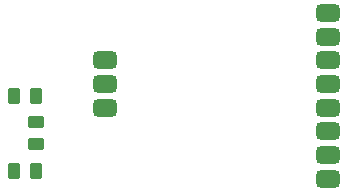
<source format=gbr>
%TF.GenerationSoftware,KiCad,Pcbnew,7.0.10*%
%TF.CreationDate,2024-01-17T20:38:39+01:00*%
%TF.ProjectId,C1101_868,43313130-315f-4383-9638-2e6b69636164,rev?*%
%TF.SameCoordinates,Original*%
%TF.FileFunction,Paste,Top*%
%TF.FilePolarity,Positive*%
%FSLAX46Y46*%
G04 Gerber Fmt 4.6, Leading zero omitted, Abs format (unit mm)*
G04 Created by KiCad (PCBNEW 7.0.10) date 2024-01-17 20:38:39*
%MOMM*%
%LPD*%
G01*
G04 APERTURE LIST*
G04 Aperture macros list*
%AMRoundRect*
0 Rectangle with rounded corners*
0 $1 Rounding radius*
0 $2 $3 $4 $5 $6 $7 $8 $9 X,Y pos of 4 corners*
0 Add a 4 corners polygon primitive as box body*
4,1,4,$2,$3,$4,$5,$6,$7,$8,$9,$2,$3,0*
0 Add four circle primitives for the rounded corners*
1,1,$1+$1,$2,$3*
1,1,$1+$1,$4,$5*
1,1,$1+$1,$6,$7*
1,1,$1+$1,$8,$9*
0 Add four rect primitives between the rounded corners*
20,1,$1+$1,$2,$3,$4,$5,0*
20,1,$1+$1,$4,$5,$6,$7,0*
20,1,$1+$1,$6,$7,$8,$9,0*
20,1,$1+$1,$8,$9,$2,$3,0*%
G04 Aperture macros list end*
%ADD10RoundRect,0.375000X0.625000X-0.375000X0.625000X0.375000X-0.625000X0.375000X-0.625000X-0.375000X0*%
%ADD11RoundRect,0.250000X0.262500X0.450000X-0.262500X0.450000X-0.262500X-0.450000X0.262500X-0.450000X0*%
%ADD12RoundRect,0.250000X-0.450000X0.262500X-0.450000X-0.262500X0.450000X-0.262500X0.450000X0.262500X0*%
G04 APERTURE END LIST*
D10*
%TO.C,U1*%
X127785000Y-46545000D03*
X127785000Y-48545000D03*
X127785000Y-50545000D03*
X146685000Y-56545000D03*
X146685000Y-54545000D03*
X146685000Y-52545000D03*
X146685000Y-50545000D03*
X146685000Y-48545000D03*
X146685000Y-46545000D03*
X146685000Y-44545000D03*
X146685000Y-42545000D03*
%TD*%
D11*
%TO.C,M3*%
X121920000Y-55880000D03*
X120095000Y-55880000D03*
%TD*%
%TO.C,M1*%
X121920000Y-49530000D03*
X120095000Y-49530000D03*
%TD*%
D12*
%TO.C,M2*%
X121920000Y-51792500D03*
X121920000Y-53617500D03*
%TD*%
M02*

</source>
